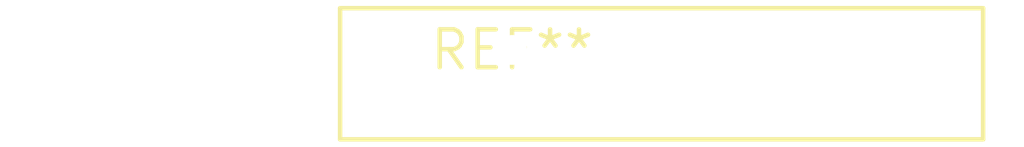
<source format=kicad_pcb>
(kicad_pcb (version 20240108) (generator pcbnew)
  (layers (0 "F.Cu" signal) (31 "B.Cu" signal) (34 "B.Paste" user) (35 "F.Paste" user) (36 "B.SilkS" user "B.Silkscreen") (37 "F.SilkS" user "F.Silkscreen") (38 "B.Mask" user) (39 "F.Mask" user) (44 "Edge.Cuts" user))
  (net 0 "")
  (footprint "RV_Disc_D21.5mm_W4.4mm_P10mm" (layer "F.Cu") (at 0 0)
    (property "Reference" "REF**")
    (property "Value" "RV_Disc_D21.5mm_W4.4mm_P10mm")
    (fp_line (start -5.75 -1.4) (end -5.75 3) (layer "F.SilkS") (stroke (width 0.15)))
    (fp_line (start -5.75 -1.4) (end 15.75 -1.4) (layer "F.SilkS") (stroke (width 0.15)))
    (fp_line (start -5.75 3) (end 15.75 3) (layer "F.SilkS") (stroke (width 0.15)))
    (fp_line (start 15.75 -1.4) (end 15.75 3) (layer "F.SilkS") (stroke (width 0.15)))
    (pad "1" thru_hole circle (at 0 0) (size 2 2) (drill 1) (layers *.Cu *.Mask) (remove_unused_layers))
    (pad "2" thru_hole circle (at 10 1.6) (size 2 2) (drill 1) (layers *.Cu *.Mask) (remove_unused_layers))
  )
)
</source>
